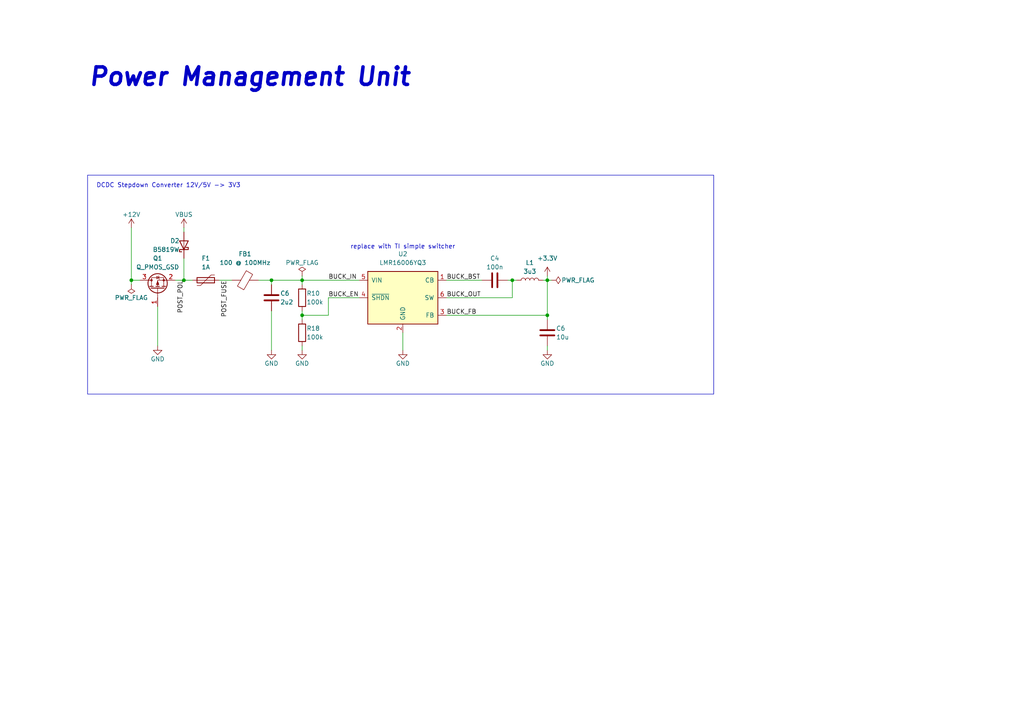
<source format=kicad_sch>
(kicad_sch (version 20230121) (generator eeschema)
  (paper "A4")
  (title_block (title "Power Management Unit") (date "2023-08-02") (rev "R1") (company "s-grundner"))
  (lib_symbols
    (symbol "Device:C" (pin_numbers hide) (pin_names (offset 0.254))
      (property "Reference" "C" (at 0.635 2.54 0))
      (property "Value" "C" (at 0.635 -2.54 0))
      (symbol "C_0_1"
        (polyline (pts (xy -2.032 -0.762) (xy 2.032 -0.762)) (stroke (width 0.508)))
        (polyline (pts (xy -2.032 0.762) (xy 2.032 0.762)) (stroke (width 0.508)))
      )
      (symbol "C_1_1"
        (pin passive line (at 0 3.81 270) (length 2.794) (name "~") (number "1"))
        (pin passive line (at 0 -3.81 90) (length 2.794) (name "~") (number "2"))
      )
    )
    (symbol "Device:D_Schottky" (pin_numbers hide) (pin_names (offset 1.016) hide)
      (property "Reference" "D" (at 0 2.54 0))
      (property "Value" "D_Schottky" (at 0 -2.54 0))
      (symbol "D_Schottky_0_1"
        (polyline (pts (xy 1.27 0) (xy -1.27 0)))
        (polyline (pts (xy 1.27 1.27) (xy 1.27 -1.27) (xy -1.27 0) (xy 1.27 1.27)) (stroke (width 0.254)))
        (polyline (pts (xy -1.905 0.635) (xy -1.905 1.27) (xy -1.27 1.27) (xy -1.27 -1.27) (xy -0.635 -1.27) (xy -0.635 -0.635)) (stroke (width 0.254)))
      )
      (symbol "D_Schottky_1_1"
        (pin passive line (at -3.81 0 0) (length 2.54) (name "K") (number "1"))
        (pin passive line (at 3.81 0 180) (length 2.54) (name "A") (number "2"))
      )
    )
    (symbol "Device:FerriteBead" (pin_numbers hide) (pin_names (offset 0))
      (property "Reference" "FB" (at -3.81 0.635 90))
      (property "Value" "FerriteBead" (at 3.81 0 90))
      (symbol "FerriteBead_0_1"
        (polyline (pts (xy 0 -1.27) (xy 0 -1.2192)))
        (polyline (pts (xy 0 1.27) (xy 0 1.2954)))
        (polyline (pts (xy -2.7686 0.4064) (xy -1.7018 2.2606) (xy 2.7686 -0.3048) (xy 1.6764 -2.159) (xy -2.7686 0.4064)))
      )
      (symbol "FerriteBead_1_1"
        (pin passive line (at 0 3.81 270) (length 2.54) (name "~") (number "1"))
        (pin passive line (at 0 -3.81 90) (length 2.54) (name "~") (number "2"))
      )
    )
    (symbol "Device:L" (pin_numbers hide) (pin_names (offset 1.016) hide)
      (property "Reference" "L" (at -1.27 0 90))
      (property "Value" "L" (at 1.905 0 90))
      (symbol "L_0_1"
        (arc (start 0 -2.54) (mid 0.6323 -1.905) (end 0 -1.27))
        (arc (start 0 -1.27) (mid 0.6323 -0.635) (end 0 0))
        (arc (start 0 0) (mid 0.6323 0.635) (end 0 1.27))
        (arc (start 0 1.27) (mid 0.6323 1.905) (end 0 2.54))
      )
      (symbol "L_1_1"
        (pin passive line (at 0 3.81 270) (length 1.27) (name "1") (number "1"))
        (pin passive line (at 0 -3.81 90) (length 1.27) (name "2") (number "2"))
      )
    )
    (symbol "Device:Polyfuse" (pin_numbers hide) (pin_names (offset 0))
      (property "Reference" "F" (at -2.54 0 90))
      (property "Value" "Polyfuse" (at 2.54 0 90))
      (symbol "Polyfuse_0_1"
        (rectangle (start -0.762 2.54) (end 0.762 -2.54) (stroke (width 0.254)))
        (polyline (pts (xy 0 2.54) (xy 0 -2.54)))
        (polyline (pts (xy -1.524 2.54) (xy -1.524 1.524) (xy 1.524 -1.524) (xy 1.524 -2.54)))
      )
      (symbol "Polyfuse_1_1"
        (pin passive line (at 0 3.81 270) (length 1.27) (name "~") (number "1"))
        (pin passive line (at 0 -3.81 90) (length 1.27) (name "~") (number "2"))
      )
    )
    (symbol "Device:Q_PMOS_GSD" (pin_names (offset 0) hide)
      (property "Reference" "Q" (at 5.08 1.27 0))
      (property "Value" "Q_PMOS_GSD" (at 5.08 -1.27 0))
      (symbol "Q_PMOS_GSD_0_1"
        (polyline (pts (xy 0.254 0) (xy -2.54 0)))
        (polyline (pts (xy 0.254 1.905) (xy 0.254 -1.905)) (stroke (width 0.254)))
        (polyline (pts (xy 0.762 -1.27) (xy 0.762 -2.286)) (stroke (width 0.254)))
        (polyline (pts (xy 0.762 0.508) (xy 0.762 -0.508)) (stroke (width 0.254)))
        (polyline (pts (xy 0.762 2.286) (xy 0.762 1.27)) (stroke (width 0.254)))
        (polyline (pts (xy 2.54 2.54) (xy 2.54 1.778)))
        (polyline (pts (xy 2.54 -2.54) (xy 2.54 0) (xy 0.762 0)))
        (polyline (pts (xy 0.762 1.778) (xy 3.302 1.778) (xy 3.302 -1.778) (xy 0.762 -1.778)))
        (polyline (pts (xy 2.286 0) (xy 1.27 0.381) (xy 1.27 -0.381) (xy 2.286 0)) (fill (type outline)))
        (polyline (pts (xy 2.794 -0.508) (xy 2.921 -0.381) (xy 3.683 -0.381) (xy 3.81 -0.254)))
        (polyline (pts (xy 3.302 -0.381) (xy 2.921 0.254) (xy 3.683 0.254) (xy 3.302 -0.381)))
        (circle (center 1.651 0) (radius 2.794) (stroke (width 0.254)))
        (circle (center 2.54 -1.778) (radius 0.254) (fill (type outline)))
        (circle (center 2.54 1.778) (radius 0.254) (fill (type outline)))
      )
      (symbol "Q_PMOS_GSD_1_1"
        (pin input line (at -5.08 0 0) (length 2.54) (name "G") (number "1"))
        (pin passive line (at 2.54 -5.08 90) (length 2.54) (name "S") (number "2"))
        (pin passive line (at 2.54 5.08 270) (length 2.54) (name "D") (number "3"))
      )
    )
    (symbol "Device:R" (pin_numbers hide) (pin_names (offset 0))
      (property "Reference" "R" (at 2.032 0 90))
      (property "Value" "R" (at 0 0 90))
      (symbol "R_0_1"
        (rectangle (start -1.016 -2.54) (end 1.016 2.54) (stroke (width 0.254)))
      )
      (symbol "R_1_1"
        (pin passive line (at 0 3.81 270) (length 1.27) (name "~") (number "1"))
        (pin passive line (at 0 -3.81 90) (length 1.27) (name "~") (number "2"))
      )
    )
    (symbol "Regulator_Switching:LMR16006YQ3" (pin_names (offset 1.016))
      (property "Reference" "U" (at -10.16 11.43 0))
      (property "Value" "LMR16006YQ3" (at -10.16 8.89 0))
      (symbol "LMR16006YQ3_0_1"
        (rectangle (start -10.16 7.62) (end 10.16 -7.62) (stroke (width 0.254)) (fill (type background)))
      )
      (symbol "LMR16006YQ3_1_1"
        (pin input line (at 12.7 5.08 180) (length 2.54) (name "CB") (number "1"))
        (pin power_in line (at 0 -10.16 90) (length 2.54) (name "GND") (number "2"))
        (pin input line (at 12.7 -5.08 180) (length 2.54) (name "FB") (number "3"))
        (pin input line (at -12.7 0 0) (length 2.54) (name "~{SHDN}") (number "4"))
        (pin power_in line (at -12.7 5.08 0) (length 2.54) (name "VIN") (number "5"))
        (pin output line (at 12.7 0 180) (length 2.54) (name "SW") (number "6"))
      )
    )
    (symbol "power:+12V" (power) (pin_names (offset 0))
      (property "Value" "+12V" (at 0 3.556 0))
      (symbol "+12V_0_1"
        (polyline (pts (xy -0.762 1.27) (xy 0 2.54)))
        (polyline (pts (xy 0 0) (xy 0 2.54)))
        (polyline (pts (xy 0 2.54) (xy 0.762 1.27)))
      )
      (symbol "+12V_1_1"
        (pin power_in line (at 0 0 90) (length 0) hide (name "+12V") (number "1"))
      )
    )
    (symbol "power:+3.3V" (power) (pin_names (offset 0))
      (property "Value" "+3.3V" (at 0 3.556 0))
      (symbol "+3.3V_0_1"
        (polyline (pts (xy -0.762 1.27) (xy 0 2.54)))
        (polyline (pts (xy 0 0) (xy 0 2.54)))
        (polyline (pts (xy 0 2.54) (xy 0.762 1.27)))
      )
      (symbol "+3.3V_1_1"
        (pin power_in line (at 0 0 90) (length 0) hide (name "+3.3V") (number "1"))
      )
    )
    (symbol "power:GND" (power) (pin_names (offset 0))
      (property "Value" "GND" (at 0 -3.81 0))
      (symbol "GND_0_1"
        (polyline (pts (xy 0 0) (xy 0 -1.27) (xy 1.27 -1.27) (xy 0 -2.54) (xy -1.27 -1.27) (xy 0 -1.27)))
      )
      (symbol "GND_1_1"
        (pin power_in line (at 0 0 270) (length 0) hide (name "GND") (number "1"))
      )
    )
    (symbol "power:PWR_FLAG" (power) (pin_numbers hide) (pin_names (offset 0) hide)
      (property "Value" "PWR_FLAG" (at 0 3.81 0))
      (symbol "PWR_FLAG_0_0"
        (pin power_out line (at 0 0 90) (length 0) (name "pwr") (number "1"))
      )
      (symbol "PWR_FLAG_0_1"
        (polyline (pts (xy 0 0) (xy 0 1.27) (xy -1.016 1.905) (xy 0 2.54) (xy 1.016 1.905) (xy 0 1.27)))
      )
    )
    (symbol "power:VBUS" (power) (pin_names (offset 0))
      (property "Value" "VBUS" (at 0 3.81 0))
      (symbol "VBUS_0_1"
        (polyline (pts (xy -0.762 1.27) (xy 0 2.54)))
        (polyline (pts (xy 0 0) (xy 0 2.54)))
        (polyline (pts (xy 0 2.54) (xy 0.762 1.27)))
      )
      (symbol "VBUS_1_1"
        (pin power_in line (at 0 0 90) (length 0) hide (name "VBUS") (number "1"))
      )
    )
  )
  (junction (at 158.75 81.28))
  (junction (at 38.1 81.28))
  (junction (at 87.63 91.44))
  (junction (at 148.59 81.28))
  (junction (at 53.34 81.28))
  (junction (at 158.75 91.44))
  (junction (at 87.63 81.28))
  (junction (at 78.74 81.28))
  (wire (pts (xy 45.72 88.9) (xy 45.72 100.33)))
  (wire (pts (xy 158.75 81.28) (xy 158.75 91.44)))
  (wire (pts (xy 74.93 81.28) (xy 78.74 81.28)))
  (wire (pts (xy 87.63 90.17) (xy 87.63 91.44)))
  (wire (pts (xy 38.1 81.28) (xy 38.1 82.55)))
  (wire (pts (xy 78.74 82.55) (xy 78.74 81.28)))
  (wire (pts (xy 158.75 101.6) (xy 158.75 100.33)))
  (wire (pts (xy 148.59 81.28) (xy 148.59 86.36)))
  (wire (pts (xy 158.75 80.01) (xy 158.75 81.28)))
  (wire (pts (xy 87.63 80.01) (xy 87.63 81.28)))
  (wire (pts (xy 148.59 81.28) (xy 149.86 81.28)))
  (wire (pts (xy 129.54 91.44) (xy 158.75 91.44)))
  (wire (pts (xy 63.5 81.28) (xy 67.31 81.28)))
  (wire (pts (xy 95.25 86.36) (xy 104.14 86.36)))
  (wire (pts (xy 53.34 74.93) (xy 53.34 81.28)))
  (wire (pts (xy 53.34 66.04) (xy 53.34 67.31)))
  (wire (pts (xy 50.8 81.28) (xy 53.34 81.28)))
  (wire (pts (xy 158.75 91.44) (xy 158.75 92.71)))
  (wire (pts (xy 116.84 96.52) (xy 116.84 101.6)))
  (wire (pts (xy 87.63 91.44) (xy 87.63 92.71)))
  (wire (pts (xy 53.34 81.28) (xy 55.88 81.28)))
  (wire (pts (xy 157.48 81.28) (xy 158.75 81.28)))
  (wire (pts (xy 147.32 81.28) (xy 148.59 81.28)))
  (wire (pts (xy 38.1 66.04) (xy 38.1 81.28)))
  (wire (pts (xy 158.75 81.28) (xy 160.02 81.28)))
  (wire (pts (xy 78.74 81.28) (xy 87.63 81.28)))
  (wire (pts (xy 87.63 91.44) (xy 95.25 91.44)))
  (wire (pts (xy 38.1 81.28) (xy 40.64 81.28)))
  (wire (pts (xy 87.63 81.28) (xy 87.63 82.55)))
  (wire (pts (xy 129.54 86.36) (xy 148.59 86.36)))
  (wire (pts (xy 129.54 81.28) (xy 139.7 81.28)))
  (wire (pts (xy 95.25 91.44) (xy 95.25 86.36)))
  (wire (pts (xy 78.74 101.6) (xy 78.74 90.17)))
  (wire (pts (xy 87.63 81.28) (xy 104.14 81.28)))
  (wire (pts (xy 87.63 100.33) (xy 87.63 101.6)))
  (rectangle (start 25.4 50.8) (end 207.01 114.3))
  (text "DCDC Stepdown Converter 12V/5V -> 3V3" (at 27.94 54.61 0) (effects (font (size 1.27 1.27)) (justify left bottom)))
  (text "replace with TI simple switcher" (at 101.6 72.39 0) (effects (font (size 1.27 1.27)) (justify left bottom)))
  (text "Power Management Unit" (at 25.4 25.4 0) (effects (font (size 5.08 5.08) (thickness 1.016) bold italic) (justify left bottom)))
  (label "BUCK_BST" (at 129.54 81.28 0))
  (label "BUCK_OUT" (at 129.54 86.36 0))
  (label "POST_POL" (at 53.34 81.28 270))
  (label "BUCK_FB" (at 129.54 91.44 0))
  (label "BUCK_IN" (at 95.25 81.28 0))
  (label "POST_FUSE" (at 66.04 81.28 270))
  (label "BUCK_EN" (at 95.25 86.36 0))
  (symbol (lib_id "Regulator_Switching:LMR16006YQ3") (at 116.84 86.36 0) (unit 1)
    (property "Reference" "U2" (at 116.84 73.66 0))
    (property "Value" "LMR16006YQ3" (at 116.84 76.2 0))
    (property "Footprint" "Package_TO_SOT_SMD:SOT-23-6" (effects hide))
    (property "Datasheet" "http://www.ti.com/lit/ds/symlink/lmr16006y-q1.pdf" (effects hide))
  )
  (symbol (lib_id "power:GND") (at 116.84 101.6 0) (unit 1)
    (property "Reference" "#PWR023" (effects hide))
    (property "Value" "GND" (at 116.84 105.41 0))
  )
  (symbol (lib_id "Device:C") (at 158.75 96.52 0) (unit 1)
    (property "Reference" "C6" (at 161.29 95.25 0) (effects (justify left)))
    (property "Value" "10u" (at 161.29 97.79 0) (effects (justify left)))
    (property "Footprint" "Capacitor_SMD:C_0805_2012Metric_Pad1.18x1.45mm_HandSolder" (effects hide))
    (property "LCSC Part #" "C96446" (effects hide))
    (instances (project "STM32F4_HexGauge_V3" (path "" (reference "C6") (unit 1)) (path "" (reference "C1") (unit 1)) (path "" (reference "C15") (unit 1))))
  )
  (symbol (lib_id "power:+12V") (at 38.1 66.04 0) (unit 1)
    (property "Reference" "#PWR018" (effects hide))
    (property "Value" "+12V" (at 38.1 62.23 0))
  )
  (symbol (lib_id "Device:FerriteBead") (at 71.12 81.28 90) (unit 1)
    (property "Reference" "FB1" (at 71.0692 73.66 90))
    (property "Value" "100 @ 100MHz" (at 71.0692 76.2 90))
    (property "Footprint" "Inductor_SMD:L_0805_2012Metric" (effects hide))
    (property "Datasheet" "https://datasheet.lcsc.com/lcsc/2111221630_Sunlord-GZ2012D101TF_C1015.pdf" (effects hide))
    (property "LCSC Part #" "C1015" (effects hide))
  )
  (symbol (lib_id "Device:C") (at 143.51 81.28 90) (unit 1)
    (property "Reference" "C4" (at 143.51 74.93 90))
    (property "Value" "100n" (at 143.51 77.47 90))
    (property "Footprint" "Capacitor_SMD:C_0402_1005Metric" (effects hide))
    (property "LCSC Part #" "C1525" (effects hide))
    (instances (project "STM32F4_HexGauge_V3" (path "" (reference "C4") (unit 1)) (path "" (reference "C2") (unit 1)) (path "" (reference "C16") (unit 1))))
  )
  (symbol (lib_id "Device:D_Schottky") (at 53.34 71.12 90) (unit 1)
    (property "Reference" "D2" (at 52.07 69.85 90) (effects (justify left)))
    (property "Value" "B5819W" (at 52.07 72.39 90) (effects (justify left)))
    (property "Footprint" "Diode_SMD:D_SOD-123" (effects hide))
    (property "Datasheet" "https://datasheet.lcsc.com/lcsc/2304140030_Jiangsu-Changjing-Electronics-Technology-Co---Ltd--B5819W-SL_C8598.pdf" (effects hide))
    (property "LCSC Part #" "C8598" (effects hide))
  )
  (symbol (lib_id "Device:Polyfuse") (at 59.69 81.28 90) (unit 1)
    (property "Reference" "F1" (at 59.69 74.93 90))
    (property "Value" "1A" (at 59.69 77.47 90))
    (property "Footprint" "Inductor_SMD:L_0805_2012Metric" (effects hide))
    (property "LCSC Part #" "C209741" (effects hide))
  )
  (symbol (lib_id "power:GND") (at 87.63 101.6 0) (unit 1)
    (property "Reference" "#PWR041" (effects hide))
    (property "Value" "GND" (at 87.63 105.41 0))
  )
  (symbol (lib_id "power:GND") (at 78.74 101.6 0) (unit 1)
    (property "Reference" "#PWR022" (effects hide))
    (property "Value" "GND" (at 78.74 105.41 0))
  )
  (symbol (lib_id "Device:L") (at 153.67 81.28 90) (unit 1)
    (property "Reference" "L1" (at 153.67 76.2 90))
    (property "Value" "3u3" (at 153.67 78.74 90))
    (property "Footprint" "Inductor_SMD:L_7.3x7.3_H4.5" (effects hide))
  )
  (symbol (lib_id "Device:R") (at 87.63 86.36 0) (unit 1)
    (property "Reference" "R10" (at 88.9 85.09 0) (effects (justify left)))
    (property "Value" "100k" (at 88.9 87.63 0) (effects (justify left)))
    (property "Footprint" "Resistor_SMD:R_0402_1005Metric" (effects hide))
    (property "LCSC Part #" "C25741" (effects hide))
  )
  (symbol (lib_id "power:PWR_FLAG") (at 87.63 80.01 0) (unit 1)
    (property "Reference" "#FLG02" (effects hide))
    (property "Value" "PWR_FLAG" (at 87.63 76.2 0))
  )
  (symbol (lib_id "Device:C") (at 78.74 86.36 0) (unit 1)
    (property "Reference" "C6" (at 81.28 85.09 0) (effects (justify left)))
    (property "Value" "2u2" (at 81.28 87.63 0) (effects (justify left)))
    (property "Footprint" "Capacitor_SMD:C_0805_2012Metric_Pad1.18x1.45mm_HandSolder" (effects hide))
    (property "LCSC Part #" "C23630" (effects hide))
    (instances (project "STM32F4_HexGauge_V3" (path "" (reference "C6") (unit 1)) (path "" (reference "C1") (unit 1)) (path "" (reference "C14") (unit 1))))
  )
  (symbol (lib_id "power:VBUS") (at 53.34 66.04 0) (unit 1)
    (property "Reference" "#PWR019" (effects hide))
    (property "Value" "VBUS" (at 53.34 62.23 0))
  )
  (symbol (lib_id "power:PWR_FLAG") (at 38.1 82.55 180) (unit 1)
    (property "Reference" "#FLG03" (effects hide))
    (property "Value" "PWR_FLAG" (at 38.1 86.36 0))
  )
  (symbol (lib_id "Device:Q_PMOS_GSD") (at 45.72 83.82 90) (unit 1)
    (property "Reference" "Q1" (at 45.72 74.93 90))
    (property "Value" "Q_PMOS_GSD" (at 45.72 77.47 90))
    (property "Footprint" "Package_TO_SOT_SMD:TSOT-23" (effects hide))
    (property "Datasheet" "https://datasheet.lcsc.com/lcsc/1810171817_Alpha---Omega-Semicon-AO3401A_C15127.pdf" (effects hide))
    (property "LCSC Part #" "C15127" (effects hide))
  )
  (symbol (lib_id "power:GND") (at 45.72 100.33 0) (unit 1)
    (property "Reference" "#PWR021" (effects hide))
    (property "Value" "GND" (at 45.72 104.14 0))
  )
  (symbol (lib_id "Device:R") (at 87.63 96.52 0) (unit 1)
    (property "Reference" "R18" (at 88.9 95.25 0) (effects (justify left)))
    (property "Value" "100k" (at 88.9 97.79 0) (effects (justify left)))
    (property "Footprint" "Resistor_SMD:R_0402_1005Metric" (effects hide))
    (property "LCSC Part #" "C25741" (effects hide))
  )
  (symbol (lib_id "power:GND") (at 158.75 101.6 0) (unit 1)
    (property "Reference" "#PWR024" (effects hide))
    (property "Value" "GND" (at 158.75 105.41 0))
  )
  (symbol (lib_id "power:+3.3V") (at 158.75 80.01 0) (unit 1)
    (property "Reference" "#PWR020" (effects hide))
    (property "Value" "+3.3V" (at 158.75 74.93 0))
  )
  (symbol (lib_id "power:PWR_FLAG") (at 160.02 81.28 270) (unit 1)
    (property "Reference" "#FLG01" (effects hide))
    (property "Value" "PWR_FLAG" (at 167.64 81.28 90))
  )
)
</source>
